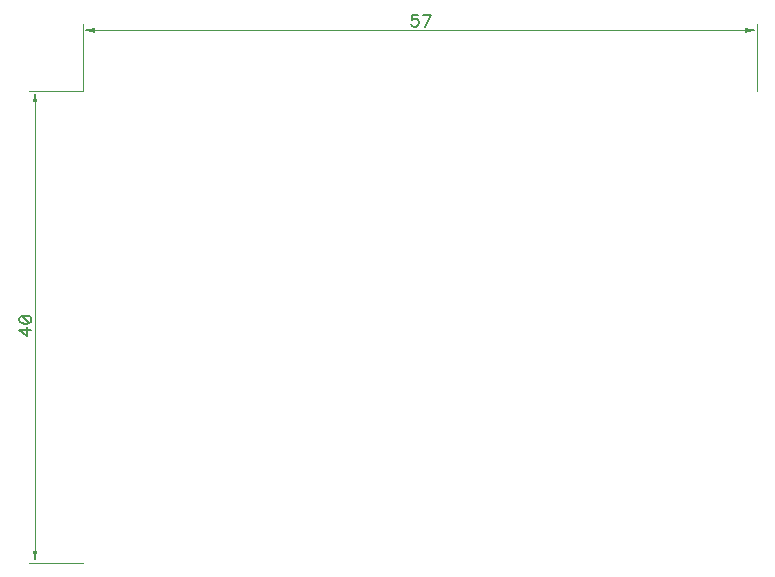
<source format=gbr>
G04 DipTrace 3.2.0.1*
G04 TopDimension.gbr*
%MOIN*%
G04 #@! TF.FileFunction,Drawing,Top*
G04 #@! TF.Part,Single*
%ADD13C,0.001378*%
%ADD97C,0.006176*%
%FSLAX26Y26*%
G04*
G70*
G90*
G75*
G01*
G04 TopDimension*
%LPD*%
X393701Y1968504D2*
D13*
Y2188940D1*
X2637795Y1968504D2*
Y2188940D1*
X1515748Y2169255D2*
X433071D1*
G36*
X393701D2*
X433071Y2177129D1*
Y2161381D1*
X393701Y2169255D1*
G37*
X1515748D2*
D13*
X2598425D1*
G36*
X2637795D2*
X2598425Y2161381D1*
Y2177129D1*
X2637795Y2169255D1*
G37*
X393701Y1968504D2*
D13*
X213366D1*
X393701Y393701D2*
X213366D1*
X233051Y1181102D2*
Y1929134D1*
G36*
Y1968504D2*
X240925Y1929134D1*
X225177D1*
X233051Y1968504D1*
G37*
Y1181102D2*
D13*
Y433071D1*
G36*
Y393701D2*
X225177Y433071D1*
X240925D1*
X233051Y393701D1*
G37*
X1508813Y2221613D2*
D97*
X1489712D1*
X1487811Y2204413D1*
X1489712Y2206315D1*
X1495460Y2208260D1*
X1501164D1*
X1506912Y2206315D1*
X1510759Y2202512D1*
X1512660Y2196764D1*
Y2192961D1*
X1510759Y2187213D1*
X1506912Y2183367D1*
X1501164Y2181465D1*
X1495460D1*
X1489712Y2183367D1*
X1487811Y2185312D1*
X1485866Y2189115D1*
X1532661Y2181465D2*
X1551806Y2221613D1*
X1525012D1*
X220840Y1169415D2*
X180693D1*
X207443Y1150269D1*
Y1178965D1*
X180693Y1202813D2*
X182594Y1197065D1*
X188342Y1193218D1*
X197893Y1191317D1*
X203641D1*
X213191Y1193218D1*
X218939Y1197065D1*
X220840Y1202813D1*
Y1206615D1*
X218939Y1212363D1*
X213191Y1216166D1*
X203641Y1218111D1*
X197893D1*
X188342Y1216166D1*
X182594Y1212363D1*
X180693Y1206615D1*
Y1202813D1*
X188342Y1216166D2*
X213191Y1193218D1*
M02*

</source>
